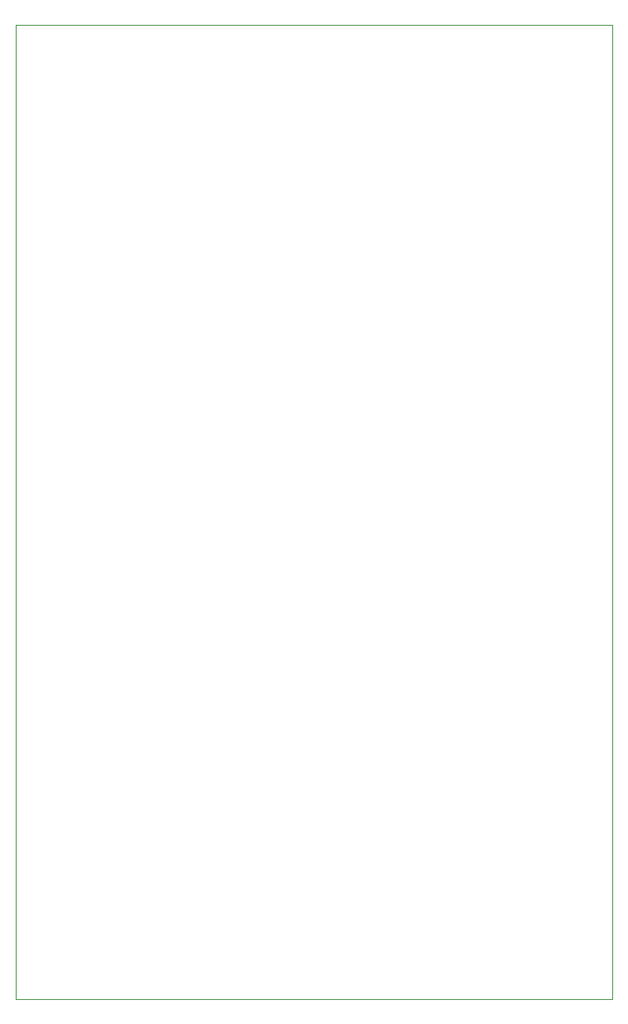
<source format=gbr>
G04 #@! TF.GenerationSoftware,KiCad,Pcbnew,(6.0.7)*
G04 #@! TF.CreationDate,2022-09-25T23:52:59-04:00*
G04 #@! TF.ProjectId,Input_Adapter,496e7075-745f-4416-9461-707465722e6b,v4*
G04 #@! TF.SameCoordinates,Original*
G04 #@! TF.FileFunction,Paste,Bot*
G04 #@! TF.FilePolarity,Positive*
%FSLAX46Y46*%
G04 Gerber Fmt 4.6, Leading zero omitted, Abs format (unit mm)*
G04 Created by KiCad (PCBNEW (6.0.7)) date 2022-09-25 23:52:59*
%MOMM*%
%LPD*%
G01*
G04 APERTURE LIST*
G04 #@! TA.AperFunction,Profile*
%ADD10C,0.100000*%
G04 #@! TD*
G04 APERTURE END LIST*
D10*
X99000000Y-132000000D02*
X99000000Y-32500000D01*
X160000000Y-32500000D02*
X160000000Y-132000000D01*
X99000000Y-32500000D02*
X160000000Y-32500000D01*
X160000000Y-132000000D02*
X99000000Y-132000000D01*
M02*

</source>
